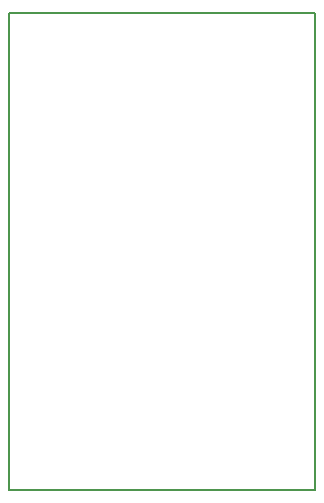
<source format=gbp>
G04*
G04 #@! TF.GenerationSoftware,Altium Limited,Altium Designer,20.0.9 (164)*
G04*
G04 Layer_Color=128*
%FSLAX25Y25*%
%MOIN*%
G70*
G01*
G75*
%ADD10C,0.00787*%
D10*
X286000Y452500D02*
X388000D01*
Y293500D02*
Y452500D01*
X286000Y293500D02*
X388000D01*
X286000D02*
Y452500D01*
M02*

</source>
